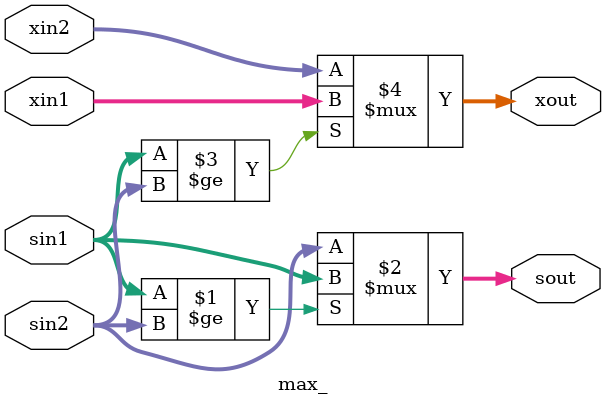
<source format=v>

module max_(sin1,xin1,sin2,xin2,sout,xout );

input [2:0]xin1,xin2;
input [15:0]sin1,sin2;
output [2:0]xout;
output [15:0]sout;

assign sout=sin1>=sin2?sin1:sin2;
assign xout=sin1>=sin2?xin1:xin2;

endmodule

</source>
